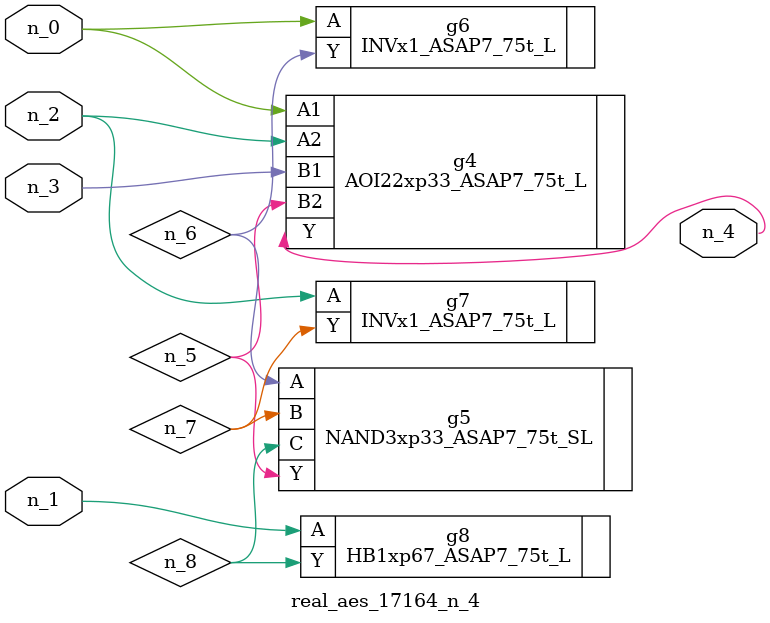
<source format=v>
module real_aes_17164_n_4 (n_0, n_3, n_2, n_1, n_4);
input n_0;
input n_3;
input n_2;
input n_1;
output n_4;
wire n_5;
wire n_7;
wire n_8;
wire n_6;
AOI22xp33_ASAP7_75t_L g4 ( .A1(n_0), .A2(n_2), .B1(n_3), .B2(n_5), .Y(n_4) );
INVx1_ASAP7_75t_L g6 ( .A(n_0), .Y(n_6) );
HB1xp67_ASAP7_75t_L g8 ( .A(n_1), .Y(n_8) );
INVx1_ASAP7_75t_L g7 ( .A(n_2), .Y(n_7) );
NAND3xp33_ASAP7_75t_SL g5 ( .A(n_6), .B(n_7), .C(n_8), .Y(n_5) );
endmodule
</source>
